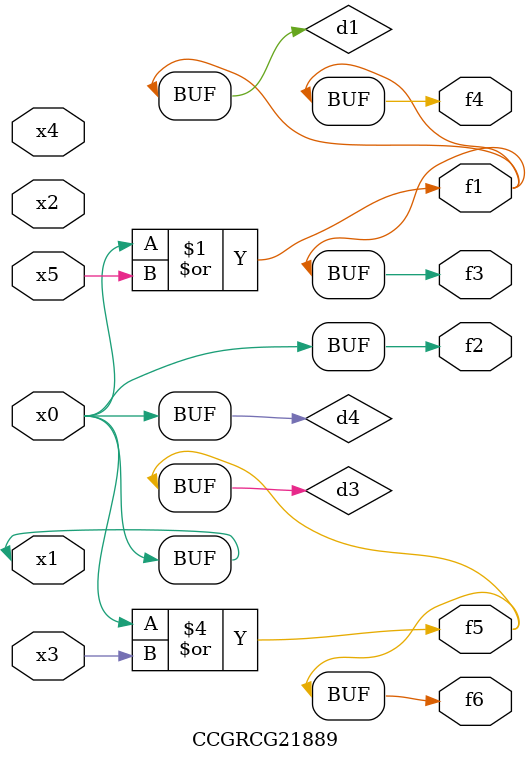
<source format=v>
module CCGRCG21889(
	input x0, x1, x2, x3, x4, x5,
	output f1, f2, f3, f4, f5, f6
);

	wire d1, d2, d3, d4;

	or (d1, x0, x5);
	xnor (d2, x1, x4);
	or (d3, x0, x3);
	buf (d4, x0, x1);
	assign f1 = d1;
	assign f2 = d4;
	assign f3 = d1;
	assign f4 = d1;
	assign f5 = d3;
	assign f6 = d3;
endmodule

</source>
